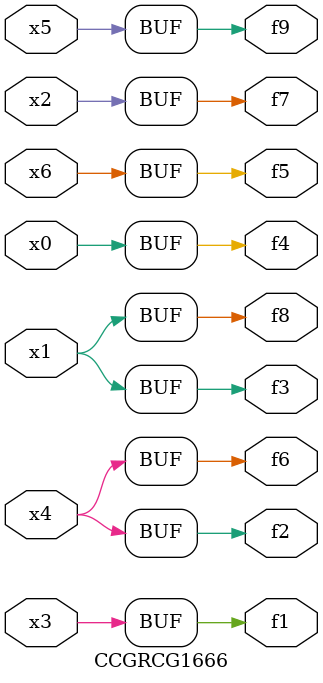
<source format=v>
module CCGRCG1666(
	input x0, x1, x2, x3, x4, x5, x6,
	output f1, f2, f3, f4, f5, f6, f7, f8, f9
);
	assign f1 = x3;
	assign f2 = x4;
	assign f3 = x1;
	assign f4 = x0;
	assign f5 = x6;
	assign f6 = x4;
	assign f7 = x2;
	assign f8 = x1;
	assign f9 = x5;
endmodule

</source>
